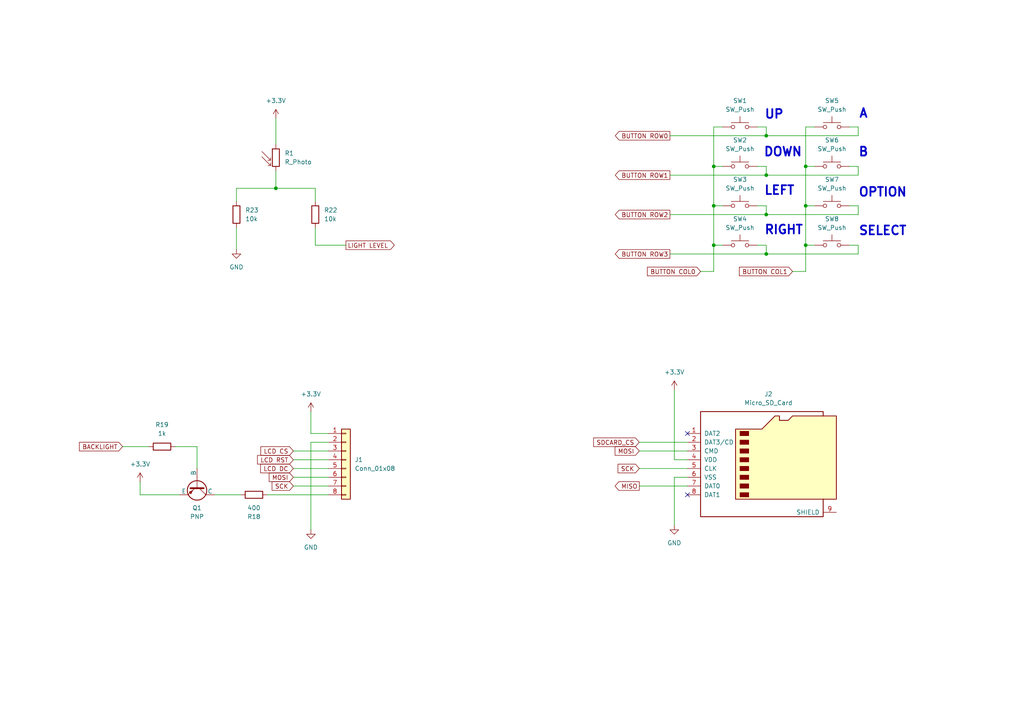
<source format=kicad_sch>
(kicad_sch (version 20250114) (generator "eeschema") (generator_version "9.0")
  (paper "A4")
  (lib_symbols
    (symbol "Connector:Micro_SD_Card" (pin_names (offset 1.016))
      (property "Reference" "J" (at -16.51 15.24 0))
      (property "Value" "Micro_SD_Card" (at 16.51 15.24 0))
      (symbol "Micro_SD_Card_0_1"
        (polyline (pts (xy -8.89 -11.43) (xy -8.89 8.89) (xy -1.27 8.89) (xy 2.54 12.7) (xy 3.81 12.7) (xy 3.81 11.43) (xy 6.35 11.43) (xy 7.62 12.7) (xy 20.32 12.7) (xy 20.32 -11.43) (xy -8.89 -11.43)) (stroke (width 0.254)) (fill (type background)))
        (rectangle (start -7.62 8.255) (end -5.08 6.985) (fill (type outline)))
        (rectangle (start -7.62 5.715) (end -5.08 4.445) (fill (type outline)))
        (rectangle (start -7.62 3.175) (end -5.08 1.905) (fill (type outline)))
        (rectangle (start -7.62 0.635) (end -5.08 -0.635) (fill (type outline)))
        (rectangle (start -7.62 -1.905) (end -5.08 -3.175) (fill (type outline)))
        (rectangle (start -7.62 -4.445) (end -5.08 -5.715) (fill (type outline)))
        (rectangle (start -7.62 -6.985) (end -5.08 -8.255) (fill (type outline)))
        (rectangle (start -7.62 -9.525) (end -5.08 -10.795) (fill (type outline)))
        (polyline (pts (xy 16.51 12.7) (xy 16.51 13.97) (xy -19.05 13.97) (xy -19.05 -16.51) (xy 16.51 -16.51) (xy 16.51 -11.43)) (stroke (width 0.254)))
      )
      (symbol "Micro_SD_Card_1_1"
        (pin bidirectional line (at -22.86 7.62 0) (length 3.81) (name "DAT2") (number "1"))
        (pin bidirectional line (at -22.86 5.08 0) (length 3.81) (name "DAT3/CD") (number "2"))
        (pin input line (at -22.86 2.54 0) (length 3.81) (name "CMD") (number "3"))
        (pin power_in line (at -22.86 0 0) (length 3.81) (name "VDD") (number "4"))
        (pin input line (at -22.86 -2.54 0) (length 3.81) (name "CLK") (number "5"))
        (pin power_in line (at -22.86 -5.08 0) (length 3.81) (name "VSS") (number "6"))
        (pin bidirectional line (at -22.86 -7.62 0) (length 3.81) (name "DAT0") (number "7"))
        (pin bidirectional line (at -22.86 -10.16 0) (length 3.81) (name "DAT1") (number "8"))
        (pin passive line (at 20.32 -15.24 180) (length 3.81) (name "SHIELD") (number "9"))
      )
    )
    (symbol "Connector_Generic:Conn_01x08" (pin_names (offset 1.016) (hide yes))
      (property "Reference" "J" (at 0 10.16 0))
      (property "Value" "Conn_01x08" (at 0 -12.7 0))
      (symbol "Conn_01x08_1_1"
        (rectangle (start -1.27 8.89) (end 1.27 -11.43) (stroke (width 0.254)) (fill (type background)))
        (rectangle (start -1.27 7.747) (end 0 7.493) (stroke (width 0.1524)))
        (rectangle (start -1.27 5.207) (end 0 4.953) (stroke (width 0.1524)))
        (rectangle (start -1.27 2.667) (end 0 2.413) (stroke (width 0.1524)))
        (rectangle (start -1.27 0.127) (end 0 -0.127) (stroke (width 0.1524)))
        (rectangle (start -1.27 -2.413) (end 0 -2.667) (stroke (width 0.1524)))
        (rectangle (start -1.27 -4.953) (end 0 -5.207) (stroke (width 0.1524)))
        (rectangle (start -1.27 -7.493) (end 0 -7.747) (stroke (width 0.1524)))
        (rectangle (start -1.27 -10.033) (end 0 -10.287) (stroke (width 0.1524)))
        (pin passive line (at -5.08 7.62 0) (length 3.81) (name "Pin_1") (number "1"))
        (pin passive line (at -5.08 5.08 0) (length 3.81) (name "Pin_2") (number "2"))
        (pin passive line (at -5.08 2.54 0) (length 3.81) (name "Pin_3") (number "3"))
        (pin passive line (at -5.08 0 0) (length 3.81) (name "Pin_4") (number "4"))
        (pin passive line (at -5.08 -2.54 0) (length 3.81) (name "Pin_5") (number "5"))
        (pin passive line (at -5.08 -5.08 0) (length 3.81) (name "Pin_6") (number "6"))
        (pin passive line (at -5.08 -7.62 0) (length 3.81) (name "Pin_7") (number "7"))
        (pin passive line (at -5.08 -10.16 0) (length 3.81) (name "Pin_8") (number "8"))
      )
    )
    (symbol "Device:R" (pin_numbers (hide yes)) (pin_names (offset 0))
      (property "Reference" "R" (at 2.032 0 90))
      (property "Value" "R" (at 0 0 90))
      (symbol "R_0_1"
        (rectangle (start -1.016 -2.54) (end 1.016 2.54) (stroke (width 0.254)))
      )
      (symbol "R_1_1"
        (pin passive line (at 0 3.81 270) (length 1.27) (name "~") (number "1"))
        (pin passive line (at 0 -3.81 90) (length 1.27) (name "~") (number "2"))
      )
    )
    (symbol "Device:R_Photo" (pin_numbers (hide yes)) (pin_names (offset 0))
      (property "Reference" "R" (at 1.27 1.27 0))
      (property "Value" "R_Photo" (at 1.27 0 0))
      (symbol "R_Photo_0_1"
        (polyline (pts (xy -1.524 -0.762) (xy -4.064 1.778)))
        (polyline (pts (xy -1.524 -0.762) (xy -2.286 -0.762)))
        (polyline (pts (xy -1.524 -0.762) (xy -1.524 0)))
        (polyline (pts (xy -1.524 -2.286) (xy -4.064 0.254)))
        (polyline (pts (xy -1.524 -2.286) (xy -2.286 -2.286)))
        (polyline (pts (xy -1.524 -2.286) (xy -1.524 -1.524)))
        (rectangle (start -1.016 2.54) (end 1.016 -2.54) (stroke (width 0.254)))
      )
      (symbol "R_Photo_1_1"
        (pin passive line (at 0 3.81 270) (length 1.27) (name "~") (number "1"))
        (pin passive line (at 0 -3.81 90) (length 1.27) (name "~") (number "2"))
      )
    )
    (symbol "Simulation_SPICE:PNP" (pin_numbers (hide yes)) (pin_names (offset 0))
      (property "Reference" "Q" (at -2.54 7.62 0))
      (property "Value" "PNP" (at -2.54 5.08 0))
      (symbol "PNP_0_1"
        (polyline (pts (xy -2.54 0) (xy 0.635 0)) (stroke (width 0.1524)))
        (polyline (pts (xy 0.635 1.905) (xy 0.635 -1.905) (xy 0.635 -1.905)) (stroke (width 0.508)))
        (polyline (pts (xy 0.635 0.635) (xy 2.54 2.54)))
        (polyline (pts (xy 0.635 -0.635) (xy 2.54 -2.54) (xy 2.54 -2.54)))
        (circle (center 1.27 0) (radius 2.8194) (stroke (width 0.254)))
        (polyline (pts (xy 2.286 -1.778) (xy 1.778 -2.286) (xy 1.27 -1.27) (xy 2.286 -1.778) (xy 2.286 -1.778)) (fill (type outline)))
      )
      (symbol "PNP_1_1"
        (pin input line (at -5.08 0 0) (length 2.54) (name "B") (number "2"))
        (pin open_collector line (at 2.54 5.08 270) (length 2.54) (name "C") (number "1"))
        (pin open_emitter line (at 2.54 -5.08 90) (length 2.54) (name "E") (number "3"))
      )
    )
    (symbol "Switch:SW_Push" (pin_numbers (hide yes)) (pin_names (offset 1.016) (hide yes))
      (property "Reference" "SW" (at 1.27 2.54 0))
      (property "Value" "SW_Push" (at 0 -1.524 0))
      (symbol "SW_Push_0_1"
        (circle (center -2.032 0) (radius 0.508))
        (polyline (pts (xy 0 1.27) (xy 0 3.048)))
        (circle (center 2.032 0) (radius 0.508))
        (polyline (pts (xy 2.54 1.27) (xy -2.54 1.27)))
        (pin passive line (at -5.08 0 0) (length 2.54) (name "1") (number "1"))
        (pin passive line (at 5.08 0 180) (length 2.54) (name "2") (number "2"))
      )
    )
    (symbol "power:+3.3V" (power) (pin_numbers (hide yes)) (pin_names (offset 0) (hide yes))
      (property "Value" "+3.3V" (at 0 3.556 0))
      (symbol "+3.3V_0_1"
        (polyline (pts (xy -0.762 1.27) (xy 0 2.54)))
        (polyline (pts (xy 0 2.54) (xy 0.762 1.27)))
        (polyline (pts (xy 0 0) (xy 0 2.54)))
      )
      (symbol "+3.3V_1_1"
        (pin power_in line (at 0 0 90) (length 0) (name "~") (number "1"))
      )
    )
    (symbol "power:GND" (power) (pin_numbers (hide yes)) (pin_names (offset 0) (hide yes))
      (property "Value" "GND" (at 0 -3.81 0))
      (symbol "GND_0_1"
        (polyline (pts (xy 0 0) (xy 0 -1.27) (xy 1.27 -1.27) (xy 0 -2.54) (xy -1.27 -1.27) (xy 0 -1.27)))
      )
      (symbol "GND_1_1"
        (pin power_in line (at 0 0 270) (length 0) (name "~") (number "1"))
      )
    )
  )
  (text "A" (at 250.444 33.02 0) (effects (font (size 2.54 2.54) (thickness 0.508) (bold yes))))
  (text "SELECT" (at 256.032 67.056 0) (effects (font (size 2.54 2.54) (thickness 0.508) (bold yes))))
  (text "OPTION" (at 256.032 55.88 0) (effects (font (size 2.54 2.54) (thickness 0.508) (bold yes))))
  (text "B" (at 250.444 44.196 0) (effects (font (size 2.54 2.54) (thickness 0.508) (bold yes))))
  (text "RIGHT" (at 227.33 66.802 0) (effects (font (size 2.54 2.54) (thickness 0.508) (bold yes))))
  (text "UP" (at 224.536 33.274 0) (effects (font (size 2.54 2.54) (thickness 0.508) (bold yes))))
  (text "LEFT" (at 226.06 55.372 0) (effects (font (size 2.54 2.54) (thickness 0.508) (bold yes))))
  (text "DOWN" (at 227.076 44.196 0) (effects (font (size 2.54 2.54) (thickness 0.508) (bold yes))))
  (junction (at 233.68 48.26))
  (junction (at 222.25 50.8))
  (junction (at 222.25 62.23))
  (junction (at 80.01 54.61))
  (junction (at 222.25 39.37))
  (junction (at 207.01 48.26))
  (junction (at 233.68 59.69))
  (junction (at 233.68 71.12))
  (junction (at 207.01 59.69))
  (junction (at 222.25 73.66))
  (junction (at 207.01 71.12))
  (no_connect (at 199.39 143.51))
  (no_connect (at 199.39 125.73))
  (wire (pts (xy 194.31 62.23) (xy 222.25 62.23)))
  (wire (pts (xy 62.23 143.51) (xy 69.85 143.51)))
  (wire (pts (xy 203.2 78.74) (xy 207.01 78.74)))
  (wire (pts (xy 91.44 71.12) (xy 91.44 66.04)))
  (wire (pts (xy 40.64 139.7) (xy 40.64 143.51)))
  (wire (pts (xy 236.22 36.83) (xy 233.68 36.83)))
  (wire (pts (xy 185.42 135.89) (xy 199.39 135.89)))
  (wire (pts (xy 219.71 59.69) (xy 222.25 59.69)))
  (wire (pts (xy 219.71 71.12) (xy 222.25 71.12)))
  (wire (pts (xy 68.58 66.04) (xy 68.58 72.39)))
  (wire (pts (xy 85.09 133.35) (xy 95.25 133.35)))
  (wire (pts (xy 100.33 71.12) (xy 91.44 71.12)))
  (wire (pts (xy 233.68 71.12) (xy 236.22 71.12)))
  (wire (pts (xy 222.25 36.83) (xy 222.25 39.37)))
  (wire (pts (xy 222.25 71.12) (xy 222.25 73.66)))
  (wire (pts (xy 90.17 128.27) (xy 90.17 153.67)))
  (wire (pts (xy 222.25 39.37) (xy 248.92 39.37)))
  (wire (pts (xy 233.68 48.26) (xy 236.22 48.26)))
  (wire (pts (xy 68.58 58.42) (xy 68.58 54.61)))
  (wire (pts (xy 233.68 48.26) (xy 233.68 59.69)))
  (wire (pts (xy 57.15 129.54) (xy 57.15 135.89)))
  (wire (pts (xy 195.58 133.35) (xy 199.39 133.35)))
  (wire (pts (xy 248.92 71.12) (xy 246.38 71.12)))
  (wire (pts (xy 248.92 73.66) (xy 248.92 71.12)))
  (wire (pts (xy 35.56 129.54) (xy 43.18 129.54)))
  (wire (pts (xy 219.71 36.83) (xy 222.25 36.83)))
  (wire (pts (xy 85.09 140.97) (xy 95.25 140.97)))
  (wire (pts (xy 80.01 54.61) (xy 91.44 54.61)))
  (wire (pts (xy 195.58 138.43) (xy 199.39 138.43)))
  (wire (pts (xy 90.17 125.73) (xy 95.25 125.73)))
  (wire (pts (xy 194.31 39.37) (xy 222.25 39.37)))
  (wire (pts (xy 207.01 48.26) (xy 209.55 48.26)))
  (wire (pts (xy 248.92 59.69) (xy 246.38 59.69)))
  (wire (pts (xy 248.92 48.26) (xy 246.38 48.26)))
  (wire (pts (xy 50.8 129.54) (xy 57.15 129.54)))
  (wire (pts (xy 233.68 71.12) (xy 233.68 78.74)))
  (wire (pts (xy 248.92 39.37) (xy 248.92 36.83)))
  (wire (pts (xy 80.01 49.53) (xy 80.01 54.61)))
  (wire (pts (xy 185.42 128.27) (xy 199.39 128.27)))
  (wire (pts (xy 248.92 36.83) (xy 246.38 36.83)))
  (wire (pts (xy 90.17 119.38) (xy 90.17 125.73)))
  (wire (pts (xy 222.25 62.23) (xy 248.92 62.23)))
  (wire (pts (xy 90.17 128.27) (xy 95.25 128.27)))
  (wire (pts (xy 91.44 54.61) (xy 91.44 58.42)))
  (wire (pts (xy 207.01 59.69) (xy 207.01 71.12)))
  (wire (pts (xy 222.25 73.66) (xy 248.92 73.66)))
  (wire (pts (xy 229.87 78.74) (xy 233.68 78.74)))
  (wire (pts (xy 233.68 59.69) (xy 236.22 59.69)))
  (wire (pts (xy 219.71 48.26) (xy 222.25 48.26)))
  (wire (pts (xy 207.01 48.26) (xy 207.01 59.69)))
  (wire (pts (xy 222.25 50.8) (xy 248.92 50.8)))
  (wire (pts (xy 207.01 59.69) (xy 209.55 59.69)))
  (wire (pts (xy 207.01 71.12) (xy 207.01 78.74)))
  (wire (pts (xy 185.42 130.81) (xy 199.39 130.81)))
  (wire (pts (xy 248.92 62.23) (xy 248.92 59.69)))
  (wire (pts (xy 207.01 71.12) (xy 209.55 71.12)))
  (wire (pts (xy 222.25 48.26) (xy 222.25 50.8)))
  (wire (pts (xy 80.01 34.29) (xy 80.01 41.91)))
  (wire (pts (xy 85.09 138.43) (xy 95.25 138.43)))
  (wire (pts (xy 222.25 59.69) (xy 222.25 62.23)))
  (wire (pts (xy 40.64 143.51) (xy 52.07 143.51)))
  (wire (pts (xy 195.58 113.03) (xy 195.58 133.35)))
  (wire (pts (xy 68.58 54.61) (xy 80.01 54.61)))
  (wire (pts (xy 194.31 50.8) (xy 222.25 50.8)))
  (wire (pts (xy 207.01 36.83) (xy 207.01 48.26)))
  (wire (pts (xy 194.31 73.66) (xy 222.25 73.66)))
  (wire (pts (xy 233.68 36.83) (xy 233.68 48.26)))
  (wire (pts (xy 185.42 140.97) (xy 199.39 140.97)))
  (wire (pts (xy 195.58 152.4) (xy 195.58 138.43)))
  (wire (pts (xy 233.68 59.69) (xy 233.68 71.12)))
  (wire (pts (xy 248.92 50.8) (xy 248.92 48.26)))
  (wire (pts (xy 85.09 135.89) (xy 95.25 135.89)))
  (wire (pts (xy 85.09 130.81) (xy 95.25 130.81)))
  (wire (pts (xy 209.55 36.83) (xy 207.01 36.83)))
  (wire (pts (xy 77.47 143.51) (xy 95.25 143.51)))
  (global_label "BUTTON ROW3" (shape output) (at 194.31 73.66 180) (property "Intersheetrefs" "${INTERSHEET_REFS}" (effects (hide yes))))
  (global_label "BUTTON ROW1" (shape output) (at 194.31 50.8 180) (property "Intersheetrefs" "${INTERSHEET_REFS}" (effects (hide yes))))
  (global_label "SCK" (shape input) (at 85.09 140.97 180) (property "Intersheetrefs" "${INTERSHEET_REFS}" (effects (hide yes))))
  (global_label "BACKLIGHT" (shape input) (at 35.56 129.54 180) (property "Intersheetrefs" "${INTERSHEET_REFS}" (effects (hide yes))))
  (global_label "SDCARD_CS" (shape input) (at 185.42 128.27 180) (property "Intersheetrefs" "${INTERSHEET_REFS}" (effects (hide yes))))
  (global_label "MOSI" (shape input) (at 185.42 130.81 180) (property "Intersheetrefs" "${INTERSHEET_REFS}" (effects (hide yes))))
  (global_label "BUTTON COL0" (shape input) (at 203.2 78.74 180) (property "Intersheetrefs" "${INTERSHEET_REFS}" (effects (hide yes))))
  (global_label "LCD CS" (shape input) (at 85.09 130.81 180) (property "Intersheetrefs" "${INTERSHEET_REFS}" (effects (hide yes))))
  (global_label "LIGHT LEVEL" (shape output) (at 100.33 71.12 0) (property "Intersheetrefs" "${INTERSHEET_REFS}" (effects (hide yes))))
  (global_label "SCK" (shape input) (at 185.42 135.89 180) (property "Intersheetrefs" "${INTERSHEET_REFS}" (effects (hide yes))))
  (global_label "BUTTON ROW2" (shape output) (at 194.31 62.23 180) (property "Intersheetrefs" "${INTERSHEET_REFS}" (effects (hide yes))))
  (global_label "BUTTON COL1" (shape input) (at 229.87 78.74 180) (property "Intersheetrefs" "${INTERSHEET_REFS}" (effects (hide yes))))
  (global_label "BUTTON ROW0" (shape output) (at 194.31 39.37 180) (property "Intersheetrefs" "${INTERSHEET_REFS}" (effects (hide yes))))
  (global_label "MOSI" (shape input) (at 85.09 138.43 180) (property "Intersheetrefs" "${INTERSHEET_REFS}" (effects (hide yes))))
  (global_label "MISO" (shape output) (at 185.42 140.97 180) (property "Intersheetrefs" "${INTERSHEET_REFS}" (effects (hide yes))))
  (global_label "LCD DC" (shape input) (at 85.09 135.89 180) (property "Intersheetrefs" "${INTERSHEET_REFS}" (effects (hide yes))))
  (global_label "LCD RST" (shape input) (at 85.09 133.35 180) (property "Intersheetrefs" "${INTERSHEET_REFS}" (effects (hide yes))))
  (symbol (lib_id "power:+3.3V") (at 195.58 113.03 0) (unit 1)
    (property "Reference" "#PWR010" (effects (hide yes)))
    (property "Value" "+3.3V" (at 195.58 107.95 0))
    (property "Description" "Power symbol creates a global label with name \"+3.3V\"" (effects (hide yes)))
  )
  (symbol (lib_id "Switch:SW_Push") (at 214.63 48.26 0) (unit 1)
    (property "Reference" "SW2" (at 214.63 40.64 0))
    (property "Value" "SW_Push" (at 214.63 43.18 0))
    (property "Description" "Push button switch, generic, two pins" (effects (hide yes)))
  )
  (symbol (lib_id "Switch:SW_Push") (at 214.63 59.69 0) (unit 1)
    (property "Reference" "SW3" (at 214.63 52.07 0))
    (property "Value" "SW_Push" (at 214.63 54.61 0))
    (property "Description" "Push button switch, generic, two pins" (effects (hide yes)))
  )
  (symbol (lib_id "Device:R") (at 46.99 129.54 90) (unit 1)
    (property "Reference" "R19" (at 46.99 123.19 90))
    (property "Value" "1k" (at 46.99 125.73 90))
    (property "Footprint" "Resistor_SMD:R_0603_1608Metric" (effects (hide yes)))
  )
  (symbol (lib_id "Switch:SW_Push") (at 214.63 36.83 0) (unit 1)
    (property "Reference" "SW1" (at 214.63 29.21 0))
    (property "Value" "SW_Push" (at 214.63 31.75 0))
    (property "Description" "Push button switch, generic, two pins" (effects (hide yes)))
  )
  (symbol (lib_id "Device:R") (at 91.44 62.23 180) (unit 1)
    (property "Reference" "R22" (at 93.98 60.9599 0) (effects (justify right)))
    (property "Value" "10k" (at 93.98 63.4999 0) (effects (justify right)))
    (property "Footprint" "Resistor_SMD:R_0603_1608Metric" (effects (hide yes)))
  )
  (symbol (lib_id "power:GND") (at 90.17 153.67 0) (unit 1)
    (property "Reference" "#PWR013" (effects (hide yes)))
    (property "Value" "GND" (at 90.17 158.75 0))
    (property "Description" "Power symbol creates a global label with name \"GND\" , ground" (effects (hide yes)))
  )
  (symbol (lib_id "power:+3.3V") (at 40.64 139.7 0) (unit 1)
    (property "Reference" "#PWR014" (effects (hide yes)))
    (property "Value" "+3.3V" (at 40.64 134.62 0))
    (property "Description" "Power symbol creates a global label with name \"+3.3V\"" (effects (hide yes)))
  )
  (symbol (lib_id "Switch:SW_Push") (at 241.3 71.12 0) (unit 1)
    (property "Reference" "SW8" (at 241.3 63.5 0))
    (property "Value" "SW_Push" (at 241.3 66.04 0))
    (property "Description" "Push button switch, generic, two pins" (effects (hide yes)))
  )
  (symbol (lib_id "Switch:SW_Push") (at 214.63 71.12 0) (unit 1)
    (property "Reference" "SW4" (at 214.63 63.5 0))
    (property "Value" "SW_Push" (at 214.63 66.04 0))
    (property "Description" "Push button switch, generic, two pins" (effects (hide yes)))
  )
  (symbol (lib_id "Device:R") (at 68.58 62.23 180) (unit 1)
    (property "Reference" "R23" (at 71.12 60.9599 0) (effects (justify right)))
    (property "Value" "10k" (at 71.12 63.4999 0) (effects (justify right)))
    (property "Footprint" "Resistor_SMD:R_0603_1608Metric" (effects (hide yes)))
  )
  (symbol (lib_id "power:GND") (at 68.58 72.39 0) (unit 1)
    (property "Reference" "#PWR029" (effects (hide yes)))
    (property "Value" "GND" (at 68.58 77.47 0))
    (property "Description" "Power symbol creates a global label with name \"GND\" , ground" (effects (hide yes)))
  )
  (symbol (lib_id "Connector:Micro_SD_Card") (at 222.25 133.35 0) (unit 1)
    (property "Reference" "J2" (at 222.885 114.3 0))
    (property "Value" "Micro_SD_Card" (at 222.885 116.84 0))
    (property "Footprint" "Connector_Card:microSD_HC_Molex_47219-2001" (effects (hide yes)))
    (property "Datasheet" "https://www.we-online.com/components/products/datasheet/693072010801.pdf" (effects (hide yes)))
    (property "Description" "Micro SD Card Socket" (effects (hide yes)))
  )
  (symbol (lib_id "Device:R") (at 73.66 143.51 90) (mirror x) (unit 1)
    (property "Reference" "R18" (at 73.66 149.86 90))
    (property "Value" "400" (at 73.66 147.32 90))
    (property "Footprint" "Resistor_SMD:R_0603_1608Metric" (effects (hide yes)))
  )
  (symbol (lib_id "Connector_Generic:Conn_01x08") (at 100.33 133.35 0) (unit 1)
    (property "Reference" "J1" (at 102.87 133.3499 0) (effects (justify left)))
    (property "Value" "Conn_01x08" (at 102.87 135.8899 0) (effects (justify left)))
    (property "Description" "Generic connector, single row, 01x08, script generated (kicad-library-utils/schlib/autogen/connector/)" (effects (hide yes)))
  )
  (symbol (lib_id "Device:R_Photo") (at 80.01 45.72 0) (unit 1)
    (property "Reference" "R1" (at 82.55 44.4499 0) (effects (justify left)))
    (property "Value" "R_Photo" (at 82.55 46.9899 0) (effects (justify left)))
    (property "Description" "Photoresistor" (effects (hide yes)))
  )
  (symbol (lib_id "Switch:SW_Push") (at 241.3 36.83 0) (unit 1)
    (property "Reference" "SW5" (at 241.3 29.21 0))
    (property "Value" "SW_Push" (at 241.3 31.75 0))
    (property "Description" "Push button switch, generic, two pins" (effects (hide yes)))
  )
  (symbol (lib_id "Switch:SW_Push") (at 241.3 48.26 0) (unit 1)
    (property "Reference" "SW6" (at 241.3 40.64 0))
    (property "Value" "SW_Push" (at 241.3 43.18 0))
    (property "Description" "Push button switch, generic, two pins" (effects (hide yes)))
  )
  (symbol (lib_id "Simulation_SPICE:PNP") (at 57.15 140.97 270) (unit 1)
    (property "Reference" "Q1" (at 57.15 147.32 90))
    (property "Value" "PNP" (at 57.15 149.86 90))
    (property "Datasheet" "https://ngspice.sourceforge.io/docs/ngspice-html-manual/manual.xhtml#cha_BJTs" (effects (hide yes)))
    (property "Description" "Bipolar transistor symbol for simulation only, substrate tied to the emitter" (effects (hide yes)))
    (property "Sim.Device" "PNP" (effects (hide yes)))
    (property "Sim.Type" "GUMMELPOON" (effects (hide yes)))
    (property "Sim.Pins" "1=C 2=B 3=E" (effects (hide yes)))
  )
  (symbol (lib_id "power:GND") (at 195.58 152.4 0) (unit 1)
    (property "Reference" "#PWR011" (effects (hide yes)))
    (property "Value" "GND" (at 195.58 157.48 0))
    (property "Description" "Power symbol creates a global label with name \"GND\" , ground" (effects (hide yes)))
  )
  (symbol (lib_id "Switch:SW_Push") (at 241.3 59.69 0) (unit 1)
    (property "Reference" "SW7" (at 241.3 52.07 0))
    (property "Value" "SW_Push" (at 241.3 54.61 0))
    (property "Description" "Push button switch, generic, two pins" (effects (hide yes)))
  )
  (symbol (lib_id "power:+3.3V") (at 80.01 34.29 0) (unit 1)
    (property "Reference" "#PWR025" (effects (hide yes)))
    (property "Value" "+3.3V" (at 80.01 29.21 0))
    (property "Description" "Power symbol creates a global label with name \"+3.3V\"" (effects (hide yes)))
  )
  (symbol (lib_id "power:+3.3V") (at 90.17 119.38 0) (unit 1)
    (property "Reference" "#PWR012" (effects (hide yes)))
    (property "Value" "+3.3V" (at 90.17 114.3 0))
    (property "Description" "Power symbol creates a global label with name \"+3.3V\"" (effects (hide yes)))
  )
)
</source>
